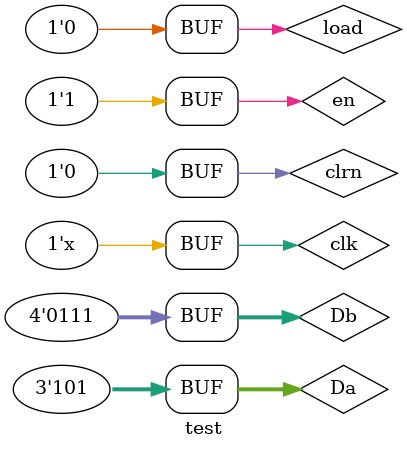
<source format=v>
`timescale 1ns/10ps
module test;
reg load, clk, en, clrn;
reg [2:0] Da;
reg [3:0] Db;
wire Co;
wire [2:0] qa;
wire [3:0] qb;
lab09 DUT (.load(load), .clk(clk), .en(en), .clrn(clrn),
               .Da(Da), .Db(Db), .Co(Co), .qa(qa), .qb(qb));

always #25 clk = ~clk;
initial begin
    // Initialize inputs
    load = 1;
    en = 1;
    clrn = 0;
    clk = 0;
    Da = 3'b101;
    Db = 4'b0111;
    
    #50;
    load = 0;
    #250;
    en = 0;
    #100;
    en = 1;
    #300;
    clrn = 1;
    #100;
    clrn = 0;
end
endmodule
</source>
